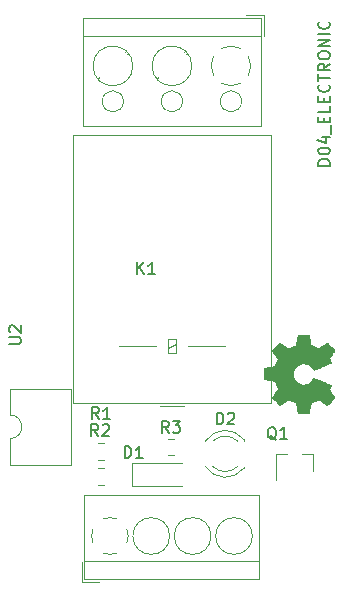
<source format=gbr>
G04 #@! TF.GenerationSoftware,KiCad,Pcbnew,5.1.5-52549c5~86~ubuntu18.04.1*
G04 #@! TF.CreationDate,2020-09-29T20:16:12-05:00*
G04 #@! TF.ProjectId,D04,4430342e-6b69-4636-9164-5f7063625858,rev?*
G04 #@! TF.SameCoordinates,Original*
G04 #@! TF.FileFunction,Legend,Top*
G04 #@! TF.FilePolarity,Positive*
%FSLAX46Y46*%
G04 Gerber Fmt 4.6, Leading zero omitted, Abs format (unit mm)*
G04 Created by KiCad (PCBNEW 5.1.5-52549c5~86~ubuntu18.04.1) date 2020-09-29 20:16:12*
%MOMM*%
%LPD*%
G04 APERTURE LIST*
%ADD10C,0.150000*%
%ADD11C,0.010000*%
%ADD12C,0.120000*%
G04 APERTURE END LIST*
D10*
X47340780Y-32868428D02*
X46340780Y-32868428D01*
X46340780Y-32630333D01*
X46388400Y-32487476D01*
X46483638Y-32392238D01*
X46578876Y-32344619D01*
X46769352Y-32297000D01*
X46912209Y-32297000D01*
X47102685Y-32344619D01*
X47197923Y-32392238D01*
X47293161Y-32487476D01*
X47340780Y-32630333D01*
X47340780Y-32868428D01*
X46340780Y-31677952D02*
X46340780Y-31582714D01*
X46388400Y-31487476D01*
X46436019Y-31439857D01*
X46531257Y-31392238D01*
X46721733Y-31344619D01*
X46959828Y-31344619D01*
X47150304Y-31392238D01*
X47245542Y-31439857D01*
X47293161Y-31487476D01*
X47340780Y-31582714D01*
X47340780Y-31677952D01*
X47293161Y-31773190D01*
X47245542Y-31820809D01*
X47150304Y-31868428D01*
X46959828Y-31916047D01*
X46721733Y-31916047D01*
X46531257Y-31868428D01*
X46436019Y-31820809D01*
X46388400Y-31773190D01*
X46340780Y-31677952D01*
X46674114Y-30487476D02*
X47340780Y-30487476D01*
X46293161Y-30725571D02*
X47007447Y-30963666D01*
X47007447Y-30344619D01*
X47436019Y-30201761D02*
X47436019Y-29439857D01*
X46816971Y-29201761D02*
X46816971Y-28868428D01*
X47340780Y-28725571D02*
X47340780Y-29201761D01*
X46340780Y-29201761D01*
X46340780Y-28725571D01*
X47340780Y-27820809D02*
X47340780Y-28297000D01*
X46340780Y-28297000D01*
X46816971Y-27487476D02*
X46816971Y-27154142D01*
X47340780Y-27011285D02*
X47340780Y-27487476D01*
X46340780Y-27487476D01*
X46340780Y-27011285D01*
X47245542Y-26011285D02*
X47293161Y-26058904D01*
X47340780Y-26201761D01*
X47340780Y-26297000D01*
X47293161Y-26439857D01*
X47197923Y-26535095D01*
X47102685Y-26582714D01*
X46912209Y-26630333D01*
X46769352Y-26630333D01*
X46578876Y-26582714D01*
X46483638Y-26535095D01*
X46388400Y-26439857D01*
X46340780Y-26297000D01*
X46340780Y-26201761D01*
X46388400Y-26058904D01*
X46436019Y-26011285D01*
X46340780Y-25725571D02*
X46340780Y-25154142D01*
X47340780Y-25439857D02*
X46340780Y-25439857D01*
X47340780Y-24249380D02*
X46864590Y-24582714D01*
X47340780Y-24820809D02*
X46340780Y-24820809D01*
X46340780Y-24439857D01*
X46388400Y-24344619D01*
X46436019Y-24297000D01*
X46531257Y-24249380D01*
X46674114Y-24249380D01*
X46769352Y-24297000D01*
X46816971Y-24344619D01*
X46864590Y-24439857D01*
X46864590Y-24820809D01*
X46340780Y-23630333D02*
X46340780Y-23439857D01*
X46388400Y-23344619D01*
X46483638Y-23249380D01*
X46674114Y-23201761D01*
X47007447Y-23201761D01*
X47197923Y-23249380D01*
X47293161Y-23344619D01*
X47340780Y-23439857D01*
X47340780Y-23630333D01*
X47293161Y-23725571D01*
X47197923Y-23820809D01*
X47007447Y-23868428D01*
X46674114Y-23868428D01*
X46483638Y-23820809D01*
X46388400Y-23725571D01*
X46340780Y-23630333D01*
X47340780Y-22773190D02*
X46340780Y-22773190D01*
X47340780Y-22201761D01*
X46340780Y-22201761D01*
X47340780Y-21725571D02*
X46340780Y-21725571D01*
X47245542Y-20677952D02*
X47293161Y-20725571D01*
X47340780Y-20868428D01*
X47340780Y-20963666D01*
X47293161Y-21106523D01*
X47197923Y-21201761D01*
X47102685Y-21249380D01*
X46912209Y-21297000D01*
X46769352Y-21297000D01*
X46578876Y-21249380D01*
X46483638Y-21201761D01*
X46388400Y-21106523D01*
X46340780Y-20963666D01*
X46340780Y-20868428D01*
X46388400Y-20725571D01*
X46436019Y-20677952D01*
D11*
G36*
X42249131Y-49964786D02*
G01*
X42693755Y-49880965D01*
X42821253Y-49571680D01*
X42948751Y-49262394D01*
X42696446Y-48891354D01*
X42626196Y-48787443D01*
X42563472Y-48693513D01*
X42511138Y-48613948D01*
X42472057Y-48553130D01*
X42449093Y-48515443D01*
X42444142Y-48505179D01*
X42456876Y-48486690D01*
X42492082Y-48447180D01*
X42545262Y-48391078D01*
X42611918Y-48322813D01*
X42687554Y-48246814D01*
X42767672Y-48167508D01*
X42847774Y-48089325D01*
X42923364Y-48016693D01*
X42989945Y-47954041D01*
X43043018Y-47905797D01*
X43078087Y-47876390D01*
X43089823Y-47869359D01*
X43111460Y-47879477D01*
X43158862Y-47907841D01*
X43227393Y-47951471D01*
X43312415Y-48007382D01*
X43409293Y-48072594D01*
X43464550Y-48110381D01*
X43565448Y-48179257D01*
X43656499Y-48240460D01*
X43733170Y-48291022D01*
X43790928Y-48327972D01*
X43825243Y-48348342D01*
X43832454Y-48351403D01*
X43852948Y-48344464D01*
X43900713Y-48325549D01*
X43969032Y-48297513D01*
X44051189Y-48263209D01*
X44140470Y-48225491D01*
X44230158Y-48187213D01*
X44313538Y-48151230D01*
X44383894Y-48120394D01*
X44434510Y-48097561D01*
X44458671Y-48085583D01*
X44459622Y-48084876D01*
X44464236Y-48066069D01*
X44474528Y-48015982D01*
X44489487Y-47939807D01*
X44508101Y-47842735D01*
X44529359Y-47729957D01*
X44541618Y-47664158D01*
X44564562Y-47543650D01*
X44586395Y-47434803D01*
X44605922Y-47343124D01*
X44621948Y-47274119D01*
X44633279Y-47233296D01*
X44636874Y-47225089D01*
X44661206Y-47217052D01*
X44716159Y-47210567D01*
X44795308Y-47205630D01*
X44892226Y-47202236D01*
X45000487Y-47200382D01*
X45113665Y-47200062D01*
X45225335Y-47201273D01*
X45329068Y-47204010D01*
X45418441Y-47208269D01*
X45487026Y-47214045D01*
X45528397Y-47221333D01*
X45537010Y-47225705D01*
X45547333Y-47251836D01*
X45562092Y-47307207D01*
X45579552Y-47384493D01*
X45597980Y-47476370D01*
X45603941Y-47508442D01*
X45632266Y-47663076D01*
X45655076Y-47785225D01*
X45673280Y-47878927D01*
X45687783Y-47948216D01*
X45699492Y-47997129D01*
X45709315Y-48029703D01*
X45718156Y-48049972D01*
X45726924Y-48061974D01*
X45728657Y-48063653D01*
X45756571Y-48080416D01*
X45810895Y-48105986D01*
X45884977Y-48137812D01*
X45972165Y-48173340D01*
X46065808Y-48210017D01*
X46159252Y-48245289D01*
X46245847Y-48276604D01*
X46318940Y-48301407D01*
X46371878Y-48317146D01*
X46398011Y-48321268D01*
X46398926Y-48320924D01*
X46420286Y-48306959D01*
X46467284Y-48275278D01*
X46535027Y-48229209D01*
X46618623Y-48172082D01*
X46713182Y-48107227D01*
X46740054Y-48088757D01*
X46837475Y-48022901D01*
X46926363Y-47964950D01*
X47001612Y-47918062D01*
X47058120Y-47885393D01*
X47090781Y-47870100D01*
X47094793Y-47869359D01*
X47115884Y-47882208D01*
X47157664Y-47917712D01*
X47215645Y-47971307D01*
X47285335Y-48038429D01*
X47362245Y-48114513D01*
X47441883Y-48194996D01*
X47519761Y-48275313D01*
X47591386Y-48350901D01*
X47652270Y-48417195D01*
X47697921Y-48469631D01*
X47723850Y-48503645D01*
X47728083Y-48513055D01*
X47718112Y-48534957D01*
X47691220Y-48579800D01*
X47651936Y-48640279D01*
X47620317Y-48686811D01*
X47562298Y-48771125D01*
X47493984Y-48870974D01*
X47425779Y-48971127D01*
X47389275Y-49024973D01*
X47266000Y-49207229D01*
X47348720Y-49360219D01*
X47384959Y-49429918D01*
X47413126Y-49489186D01*
X47429191Y-49529289D01*
X47431426Y-49539497D01*
X47414922Y-49551771D01*
X47368282Y-49575987D01*
X47295809Y-49610337D01*
X47201806Y-49653012D01*
X47090574Y-49702206D01*
X46966415Y-49756110D01*
X46833632Y-49812916D01*
X46696527Y-49870818D01*
X46559402Y-49928007D01*
X46426558Y-49982676D01*
X46302298Y-50033016D01*
X46190925Y-50077220D01*
X46096739Y-50113481D01*
X46024044Y-50139991D01*
X45977141Y-50154942D01*
X45961033Y-50157346D01*
X45940486Y-50138289D01*
X45907133Y-50096564D01*
X45867902Y-50040894D01*
X45864799Y-50036222D01*
X45749623Y-49892336D01*
X45615253Y-49776317D01*
X45465984Y-49689170D01*
X45306113Y-49631901D01*
X45139937Y-49605514D01*
X44971752Y-49611015D01*
X44805855Y-49649410D01*
X44646542Y-49721705D01*
X44611687Y-49742974D01*
X44470937Y-49853604D01*
X44357914Y-49984298D01*
X44273203Y-50130536D01*
X44217394Y-50287792D01*
X44191074Y-50451543D01*
X44194830Y-50617267D01*
X44229250Y-50780438D01*
X44294923Y-50936535D01*
X44392435Y-51081033D01*
X44432013Y-51125731D01*
X44555903Y-51239488D01*
X44686324Y-51322382D01*
X44832515Y-51379244D01*
X44977288Y-51410913D01*
X45140060Y-51418731D01*
X45303640Y-51392662D01*
X45462498Y-51335355D01*
X45611106Y-51249456D01*
X45743935Y-51137614D01*
X45855456Y-51002477D01*
X45867211Y-50984717D01*
X45905708Y-50928450D01*
X45939063Y-50885677D01*
X45960360Y-50865228D01*
X45961033Y-50864931D01*
X45984071Y-50869321D01*
X46036357Y-50886724D01*
X46113590Y-50915332D01*
X46211468Y-50953335D01*
X46325691Y-50998926D01*
X46451958Y-51050297D01*
X46585967Y-51105638D01*
X46723418Y-51163142D01*
X46860008Y-51220999D01*
X46991437Y-51277402D01*
X47113405Y-51330542D01*
X47221609Y-51378610D01*
X47311749Y-51419799D01*
X47379523Y-51452299D01*
X47420630Y-51474303D01*
X47431426Y-51483164D01*
X47423019Y-51510240D01*
X47400472Y-51560903D01*
X47367813Y-51626417D01*
X47348720Y-51662441D01*
X47266000Y-51815432D01*
X47389275Y-51997688D01*
X47452428Y-52090725D01*
X47521927Y-52192585D01*
X47587365Y-52288038D01*
X47620317Y-52335850D01*
X47665473Y-52403095D01*
X47701257Y-52460036D01*
X47723138Y-52499246D01*
X47727763Y-52511981D01*
X47715285Y-52530517D01*
X47680452Y-52571541D01*
X47626878Y-52631075D01*
X47558183Y-52705142D01*
X47477981Y-52789765D01*
X47426486Y-52843285D01*
X47334486Y-52936919D01*
X47252199Y-53017841D01*
X47183145Y-53082777D01*
X47130844Y-53128458D01*
X47098816Y-53151611D01*
X47092316Y-53153832D01*
X47067594Y-53143524D01*
X47017605Y-53115039D01*
X46947412Y-53071537D01*
X46862075Y-53016177D01*
X46766656Y-52952120D01*
X46740054Y-52933903D01*
X46643367Y-52867527D01*
X46556317Y-52807978D01*
X46483795Y-52758584D01*
X46430693Y-52722675D01*
X46401903Y-52703581D01*
X46398926Y-52701736D01*
X46375982Y-52704495D01*
X46325536Y-52719138D01*
X46254241Y-52743113D01*
X46168747Y-52773866D01*
X46075707Y-52808844D01*
X45981774Y-52845493D01*
X45893599Y-52881261D01*
X45817834Y-52913594D01*
X45761131Y-52939938D01*
X45730143Y-52957742D01*
X45728657Y-52959007D01*
X45719801Y-52969894D01*
X45711043Y-52988282D01*
X45701477Y-53018206D01*
X45690196Y-53063703D01*
X45676293Y-53128809D01*
X45658863Y-53217561D01*
X45636998Y-53333993D01*
X45609791Y-53482142D01*
X45603941Y-53514218D01*
X45585574Y-53609286D01*
X45567605Y-53692165D01*
X45551769Y-53755530D01*
X45539800Y-53792058D01*
X45537010Y-53796956D01*
X45512272Y-53805027D01*
X45456990Y-53811587D01*
X45377589Y-53816633D01*
X45280496Y-53820159D01*
X45172138Y-53822161D01*
X45058940Y-53822636D01*
X44947328Y-53821577D01*
X44843729Y-53818982D01*
X44754568Y-53814846D01*
X44686272Y-53809163D01*
X44645266Y-53801931D01*
X44636874Y-53797571D01*
X44628408Y-53773298D01*
X44614635Y-53718026D01*
X44596750Y-53637262D01*
X44575948Y-53536512D01*
X44553423Y-53421283D01*
X44541618Y-53358502D01*
X44519351Y-53239387D01*
X44499179Y-53133165D01*
X44482115Y-53045027D01*
X44469169Y-52980166D01*
X44461355Y-52943774D01*
X44459622Y-52937784D01*
X44440090Y-52927661D01*
X44393043Y-52906262D01*
X44325203Y-52876439D01*
X44243291Y-52841045D01*
X44154028Y-52802932D01*
X44064135Y-52764953D01*
X43980335Y-52729960D01*
X43909347Y-52700806D01*
X43857894Y-52680343D01*
X43832697Y-52671423D01*
X43831596Y-52671257D01*
X43811719Y-52681369D01*
X43765977Y-52709717D01*
X43698917Y-52753323D01*
X43615084Y-52809206D01*
X43519026Y-52874387D01*
X43463850Y-52912279D01*
X43362681Y-52981325D01*
X43270830Y-53042650D01*
X43192944Y-53093263D01*
X43133669Y-53130171D01*
X43097651Y-53150382D01*
X43089577Y-53153301D01*
X43070784Y-53140753D01*
X43030657Y-53106063D01*
X42973693Y-53053663D01*
X42904385Y-52987984D01*
X42827231Y-52913456D01*
X42746725Y-52834513D01*
X42667363Y-52755583D01*
X42593640Y-52681100D01*
X42530052Y-52615494D01*
X42481094Y-52563196D01*
X42451261Y-52528639D01*
X42444142Y-52517078D01*
X42454153Y-52498254D01*
X42482278Y-52453231D01*
X42525654Y-52386387D01*
X42581418Y-52302099D01*
X42646706Y-52204744D01*
X42696446Y-52131307D01*
X42948751Y-51760267D01*
X42693755Y-51141695D01*
X42249131Y-51057875D01*
X41804507Y-50974054D01*
X41804507Y-50048606D01*
X42249131Y-49964786D01*
G37*
X42249131Y-49964786D02*
X42693755Y-49880965D01*
X42821253Y-49571680D01*
X42948751Y-49262394D01*
X42696446Y-48891354D01*
X42626196Y-48787443D01*
X42563472Y-48693513D01*
X42511138Y-48613948D01*
X42472057Y-48553130D01*
X42449093Y-48515443D01*
X42444142Y-48505179D01*
X42456876Y-48486690D01*
X42492082Y-48447180D01*
X42545262Y-48391078D01*
X42611918Y-48322813D01*
X42687554Y-48246814D01*
X42767672Y-48167508D01*
X42847774Y-48089325D01*
X42923364Y-48016693D01*
X42989945Y-47954041D01*
X43043018Y-47905797D01*
X43078087Y-47876390D01*
X43089823Y-47869359D01*
X43111460Y-47879477D01*
X43158862Y-47907841D01*
X43227393Y-47951471D01*
X43312415Y-48007382D01*
X43409293Y-48072594D01*
X43464550Y-48110381D01*
X43565448Y-48179257D01*
X43656499Y-48240460D01*
X43733170Y-48291022D01*
X43790928Y-48327972D01*
X43825243Y-48348342D01*
X43832454Y-48351403D01*
X43852948Y-48344464D01*
X43900713Y-48325549D01*
X43969032Y-48297513D01*
X44051189Y-48263209D01*
X44140470Y-48225491D01*
X44230158Y-48187213D01*
X44313538Y-48151230D01*
X44383894Y-48120394D01*
X44434510Y-48097561D01*
X44458671Y-48085583D01*
X44459622Y-48084876D01*
X44464236Y-48066069D01*
X44474528Y-48015982D01*
X44489487Y-47939807D01*
X44508101Y-47842735D01*
X44529359Y-47729957D01*
X44541618Y-47664158D01*
X44564562Y-47543650D01*
X44586395Y-47434803D01*
X44605922Y-47343124D01*
X44621948Y-47274119D01*
X44633279Y-47233296D01*
X44636874Y-47225089D01*
X44661206Y-47217052D01*
X44716159Y-47210567D01*
X44795308Y-47205630D01*
X44892226Y-47202236D01*
X45000487Y-47200382D01*
X45113665Y-47200062D01*
X45225335Y-47201273D01*
X45329068Y-47204010D01*
X45418441Y-47208269D01*
X45487026Y-47214045D01*
X45528397Y-47221333D01*
X45537010Y-47225705D01*
X45547333Y-47251836D01*
X45562092Y-47307207D01*
X45579552Y-47384493D01*
X45597980Y-47476370D01*
X45603941Y-47508442D01*
X45632266Y-47663076D01*
X45655076Y-47785225D01*
X45673280Y-47878927D01*
X45687783Y-47948216D01*
X45699492Y-47997129D01*
X45709315Y-48029703D01*
X45718156Y-48049972D01*
X45726924Y-48061974D01*
X45728657Y-48063653D01*
X45756571Y-48080416D01*
X45810895Y-48105986D01*
X45884977Y-48137812D01*
X45972165Y-48173340D01*
X46065808Y-48210017D01*
X46159252Y-48245289D01*
X46245847Y-48276604D01*
X46318940Y-48301407D01*
X46371878Y-48317146D01*
X46398011Y-48321268D01*
X46398926Y-48320924D01*
X46420286Y-48306959D01*
X46467284Y-48275278D01*
X46535027Y-48229209D01*
X46618623Y-48172082D01*
X46713182Y-48107227D01*
X46740054Y-48088757D01*
X46837475Y-48022901D01*
X46926363Y-47964950D01*
X47001612Y-47918062D01*
X47058120Y-47885393D01*
X47090781Y-47870100D01*
X47094793Y-47869359D01*
X47115884Y-47882208D01*
X47157664Y-47917712D01*
X47215645Y-47971307D01*
X47285335Y-48038429D01*
X47362245Y-48114513D01*
X47441883Y-48194996D01*
X47519761Y-48275313D01*
X47591386Y-48350901D01*
X47652270Y-48417195D01*
X47697921Y-48469631D01*
X47723850Y-48503645D01*
X47728083Y-48513055D01*
X47718112Y-48534957D01*
X47691220Y-48579800D01*
X47651936Y-48640279D01*
X47620317Y-48686811D01*
X47562298Y-48771125D01*
X47493984Y-48870974D01*
X47425779Y-48971127D01*
X47389275Y-49024973D01*
X47266000Y-49207229D01*
X47348720Y-49360219D01*
X47384959Y-49429918D01*
X47413126Y-49489186D01*
X47429191Y-49529289D01*
X47431426Y-49539497D01*
X47414922Y-49551771D01*
X47368282Y-49575987D01*
X47295809Y-49610337D01*
X47201806Y-49653012D01*
X47090574Y-49702206D01*
X46966415Y-49756110D01*
X46833632Y-49812916D01*
X46696527Y-49870818D01*
X46559402Y-49928007D01*
X46426558Y-49982676D01*
X46302298Y-50033016D01*
X46190925Y-50077220D01*
X46096739Y-50113481D01*
X46024044Y-50139991D01*
X45977141Y-50154942D01*
X45961033Y-50157346D01*
X45940486Y-50138289D01*
X45907133Y-50096564D01*
X45867902Y-50040894D01*
X45864799Y-50036222D01*
X45749623Y-49892336D01*
X45615253Y-49776317D01*
X45465984Y-49689170D01*
X45306113Y-49631901D01*
X45139937Y-49605514D01*
X44971752Y-49611015D01*
X44805855Y-49649410D01*
X44646542Y-49721705D01*
X44611687Y-49742974D01*
X44470937Y-49853604D01*
X44357914Y-49984298D01*
X44273203Y-50130536D01*
X44217394Y-50287792D01*
X44191074Y-50451543D01*
X44194830Y-50617267D01*
X44229250Y-50780438D01*
X44294923Y-50936535D01*
X44392435Y-51081033D01*
X44432013Y-51125731D01*
X44555903Y-51239488D01*
X44686324Y-51322382D01*
X44832515Y-51379244D01*
X44977288Y-51410913D01*
X45140060Y-51418731D01*
X45303640Y-51392662D01*
X45462498Y-51335355D01*
X45611106Y-51249456D01*
X45743935Y-51137614D01*
X45855456Y-51002477D01*
X45867211Y-50984717D01*
X45905708Y-50928450D01*
X45939063Y-50885677D01*
X45960360Y-50865228D01*
X45961033Y-50864931D01*
X45984071Y-50869321D01*
X46036357Y-50886724D01*
X46113590Y-50915332D01*
X46211468Y-50953335D01*
X46325691Y-50998926D01*
X46451958Y-51050297D01*
X46585967Y-51105638D01*
X46723418Y-51163142D01*
X46860008Y-51220999D01*
X46991437Y-51277402D01*
X47113405Y-51330542D01*
X47221609Y-51378610D01*
X47311749Y-51419799D01*
X47379523Y-51452299D01*
X47420630Y-51474303D01*
X47431426Y-51483164D01*
X47423019Y-51510240D01*
X47400472Y-51560903D01*
X47367813Y-51626417D01*
X47348720Y-51662441D01*
X47266000Y-51815432D01*
X47389275Y-51997688D01*
X47452428Y-52090725D01*
X47521927Y-52192585D01*
X47587365Y-52288038D01*
X47620317Y-52335850D01*
X47665473Y-52403095D01*
X47701257Y-52460036D01*
X47723138Y-52499246D01*
X47727763Y-52511981D01*
X47715285Y-52530517D01*
X47680452Y-52571541D01*
X47626878Y-52631075D01*
X47558183Y-52705142D01*
X47477981Y-52789765D01*
X47426486Y-52843285D01*
X47334486Y-52936919D01*
X47252199Y-53017841D01*
X47183145Y-53082777D01*
X47130844Y-53128458D01*
X47098816Y-53151611D01*
X47092316Y-53153832D01*
X47067594Y-53143524D01*
X47017605Y-53115039D01*
X46947412Y-53071537D01*
X46862075Y-53016177D01*
X46766656Y-52952120D01*
X46740054Y-52933903D01*
X46643367Y-52867527D01*
X46556317Y-52807978D01*
X46483795Y-52758584D01*
X46430693Y-52722675D01*
X46401903Y-52703581D01*
X46398926Y-52701736D01*
X46375982Y-52704495D01*
X46325536Y-52719138D01*
X46254241Y-52743113D01*
X46168747Y-52773866D01*
X46075707Y-52808844D01*
X45981774Y-52845493D01*
X45893599Y-52881261D01*
X45817834Y-52913594D01*
X45761131Y-52939938D01*
X45730143Y-52957742D01*
X45728657Y-52959007D01*
X45719801Y-52969894D01*
X45711043Y-52988282D01*
X45701477Y-53018206D01*
X45690196Y-53063703D01*
X45676293Y-53128809D01*
X45658863Y-53217561D01*
X45636998Y-53333993D01*
X45609791Y-53482142D01*
X45603941Y-53514218D01*
X45585574Y-53609286D01*
X45567605Y-53692165D01*
X45551769Y-53755530D01*
X45539800Y-53792058D01*
X45537010Y-53796956D01*
X45512272Y-53805027D01*
X45456990Y-53811587D01*
X45377589Y-53816633D01*
X45280496Y-53820159D01*
X45172138Y-53822161D01*
X45058940Y-53822636D01*
X44947328Y-53821577D01*
X44843729Y-53818982D01*
X44754568Y-53814846D01*
X44686272Y-53809163D01*
X44645266Y-53801931D01*
X44636874Y-53797571D01*
X44628408Y-53773298D01*
X44614635Y-53718026D01*
X44596750Y-53637262D01*
X44575948Y-53536512D01*
X44553423Y-53421283D01*
X44541618Y-53358502D01*
X44519351Y-53239387D01*
X44499179Y-53133165D01*
X44482115Y-53045027D01*
X44469169Y-52980166D01*
X44461355Y-52943774D01*
X44459622Y-52937784D01*
X44440090Y-52927661D01*
X44393043Y-52906262D01*
X44325203Y-52876439D01*
X44243291Y-52841045D01*
X44154028Y-52802932D01*
X44064135Y-52764953D01*
X43980335Y-52729960D01*
X43909347Y-52700806D01*
X43857894Y-52680343D01*
X43832697Y-52671423D01*
X43831596Y-52671257D01*
X43811719Y-52681369D01*
X43765977Y-52709717D01*
X43698917Y-52753323D01*
X43615084Y-52809206D01*
X43519026Y-52874387D01*
X43463850Y-52912279D01*
X43362681Y-52981325D01*
X43270830Y-53042650D01*
X43192944Y-53093263D01*
X43133669Y-53130171D01*
X43097651Y-53150382D01*
X43089577Y-53153301D01*
X43070784Y-53140753D01*
X43030657Y-53106063D01*
X42973693Y-53053663D01*
X42904385Y-52987984D01*
X42827231Y-52913456D01*
X42746725Y-52834513D01*
X42667363Y-52755583D01*
X42593640Y-52681100D01*
X42530052Y-52615494D01*
X42481094Y-52563196D01*
X42451261Y-52528639D01*
X42444142Y-52517078D01*
X42454153Y-52498254D01*
X42482278Y-52453231D01*
X42525654Y-52386387D01*
X42581418Y-52302099D01*
X42646706Y-52204744D01*
X42696446Y-52131307D01*
X42948751Y-51760267D01*
X42693755Y-51141695D01*
X42249131Y-51057875D01*
X41804507Y-50974054D01*
X41804507Y-50048606D01*
X42249131Y-49964786D01*
D12*
X33596948Y-57402800D02*
X34119452Y-57402800D01*
X33596948Y-55982800D02*
X34119452Y-55982800D01*
X28226652Y-58472000D02*
X27704148Y-58472000D01*
X28226652Y-59892000D02*
X27704148Y-59892000D01*
X40041000Y-56197000D02*
X40041000Y-56041000D01*
X40041000Y-58513000D02*
X40041000Y-58357000D01*
X37439870Y-56197163D02*
G75*
G02X39521961Y-56197000I1041130J-1079837D01*
G01*
X37439870Y-58356837D02*
G75*
G03X39521961Y-58357000I1041130J1079837D01*
G01*
X36808665Y-56198392D02*
G75*
G02X40041000Y-56041484I1672335J-1078608D01*
G01*
X36808665Y-58355608D02*
G75*
G03X40041000Y-58512516I1672335J1078608D01*
G01*
X30548800Y-60029600D02*
X34848800Y-60029600D01*
X30548800Y-58029600D02*
X30548800Y-60029600D01*
X34848800Y-58029600D02*
X30548800Y-58029600D01*
X28226652Y-56363800D02*
X27704148Y-56363800D01*
X28226652Y-57783800D02*
X27704148Y-57783800D01*
X20250000Y-51756000D02*
X20250000Y-53991000D01*
X25450000Y-51756000D02*
X20250000Y-51756000D01*
X25450000Y-58226000D02*
X25450000Y-51756000D01*
X20250000Y-58226000D02*
X25450000Y-58226000D01*
X20250000Y-55991000D02*
X20250000Y-58226000D01*
X20250000Y-53991000D02*
G75*
G02X20250000Y-55991000I0J-1000000D01*
G01*
X45928400Y-57304400D02*
X45928400Y-58764400D01*
X42768400Y-57304400D02*
X42768400Y-59464400D01*
X42768400Y-57304400D02*
X43698400Y-57304400D01*
X45928400Y-57304400D02*
X44998400Y-57304400D01*
X26320000Y-68136600D02*
X27820000Y-68136600D01*
X26320000Y-66396600D02*
X26320000Y-68136600D01*
X41380000Y-60776600D02*
X41380000Y-67896600D01*
X26560000Y-60776600D02*
X26560000Y-67896600D01*
X26560000Y-67896600D02*
X41380000Y-67896600D01*
X26560000Y-60776600D02*
X41380000Y-60776600D01*
X26560000Y-66336600D02*
X41380000Y-66336600D01*
X40775000Y-64236600D02*
G75*
G03X40775000Y-64236600I-1555000J0D01*
G01*
X37275000Y-64236600D02*
G75*
G03X37275000Y-64236600I-1555000J0D01*
G01*
X33775000Y-64236600D02*
G75*
G03X33775000Y-64236600I-1555000J0D01*
G01*
X28747011Y-65792092D02*
G75*
G02X28112000Y-65668600I-27011J1555492D01*
G01*
X27287891Y-64844342D02*
G75*
G02X27288000Y-63628600I1432109J607742D01*
G01*
X28112258Y-62804491D02*
G75*
G02X29328000Y-62804600I607742J-1432109D01*
G01*
X30152109Y-63628858D02*
G75*
G02X30152000Y-64844600I-1432109J-607742D01*
G01*
X29327587Y-65667985D02*
G75*
G02X28720000Y-65791600I-607587J1431385D01*
G01*
X41770000Y-20134800D02*
X40270000Y-20134800D01*
X41770000Y-21874800D02*
X41770000Y-20134800D01*
X30150000Y-23458800D02*
X30244000Y-23365800D01*
X27900000Y-25709800D02*
X27959000Y-25650800D01*
X29980000Y-23218800D02*
X30039000Y-23160800D01*
X27695000Y-25503800D02*
X27789000Y-25410800D01*
X35150000Y-23458800D02*
X35244000Y-23365800D01*
X32900000Y-25709800D02*
X32959000Y-25650800D01*
X34980000Y-23218800D02*
X35039000Y-23160800D01*
X32695000Y-25503800D02*
X32789000Y-25410800D01*
X26410000Y-29494800D02*
X26410000Y-20374800D01*
X41530000Y-29494800D02*
X41530000Y-20374800D01*
X41530000Y-20374800D02*
X26410000Y-20374800D01*
X41530000Y-29494800D02*
X26410000Y-29494800D01*
X41530000Y-21934800D02*
X26410000Y-21934800D01*
X29870000Y-27434800D02*
G75*
G03X29870000Y-27434800I-900000J0D01*
G01*
X30650000Y-24434800D02*
G75*
G03X30650000Y-24434800I-1680000J0D01*
G01*
X34870000Y-27434800D02*
G75*
G03X34870000Y-27434800I-900000J0D01*
G01*
X35650000Y-24434800D02*
G75*
G03X35650000Y-24434800I-1680000J0D01*
G01*
X39870000Y-27434800D02*
G75*
G03X39870000Y-27434800I-900000J0D01*
G01*
X38940617Y-22754350D02*
G75*
G02X39759000Y-22950800I29383J-1680450D01*
G01*
X40453953Y-23645712D02*
G75*
G02X40454000Y-25223800I-1483953J-789088D01*
G01*
X39759088Y-25918753D02*
G75*
G02X38181000Y-25918800I-789088J1483953D01*
G01*
X37486047Y-25223888D02*
G75*
G02X37486000Y-23645800I1483953J789088D01*
G01*
X38181288Y-22951448D02*
G75*
G02X38970000Y-22754800I788712J-1483352D01*
G01*
X32620000Y-48142800D02*
X29470000Y-48142800D01*
X38470000Y-48142800D02*
X35320000Y-48142800D01*
X34970000Y-53252800D02*
X32970000Y-53252800D01*
X34320000Y-47542800D02*
X33620000Y-47542800D01*
X34320000Y-48742800D02*
X34320000Y-47542800D01*
X33620000Y-48742800D02*
X34320000Y-48742800D01*
X33620000Y-47542800D02*
X33620000Y-48742800D01*
X34320000Y-47942800D02*
X33620000Y-48342800D01*
X42320000Y-30292800D02*
X25620000Y-30292800D01*
X42320000Y-52992800D02*
X42320000Y-30292800D01*
X25620000Y-52992800D02*
X42320000Y-52992800D01*
X25620000Y-30292800D02*
X25620000Y-52992800D01*
D10*
X33691533Y-55495180D02*
X33358200Y-55018990D01*
X33120104Y-55495180D02*
X33120104Y-54495180D01*
X33501057Y-54495180D01*
X33596295Y-54542800D01*
X33643914Y-54590419D01*
X33691533Y-54685657D01*
X33691533Y-54828514D01*
X33643914Y-54923752D01*
X33596295Y-54971371D01*
X33501057Y-55018990D01*
X33120104Y-55018990D01*
X34024866Y-54495180D02*
X34643914Y-54495180D01*
X34310580Y-54876133D01*
X34453438Y-54876133D01*
X34548676Y-54923752D01*
X34596295Y-54971371D01*
X34643914Y-55066609D01*
X34643914Y-55304704D01*
X34596295Y-55399942D01*
X34548676Y-55447561D01*
X34453438Y-55495180D01*
X34167723Y-55495180D01*
X34072485Y-55447561D01*
X34024866Y-55399942D01*
X27722533Y-55748180D02*
X27389200Y-55271990D01*
X27151104Y-55748180D02*
X27151104Y-54748180D01*
X27532057Y-54748180D01*
X27627295Y-54795800D01*
X27674914Y-54843419D01*
X27722533Y-54938657D01*
X27722533Y-55081514D01*
X27674914Y-55176752D01*
X27627295Y-55224371D01*
X27532057Y-55271990D01*
X27151104Y-55271990D01*
X28103485Y-54843419D02*
X28151104Y-54795800D01*
X28246342Y-54748180D01*
X28484438Y-54748180D01*
X28579676Y-54795800D01*
X28627295Y-54843419D01*
X28674914Y-54938657D01*
X28674914Y-55033895D01*
X28627295Y-55176752D01*
X28055866Y-55748180D01*
X28674914Y-55748180D01*
X37742904Y-54782980D02*
X37742904Y-53782980D01*
X37981000Y-53782980D01*
X38123857Y-53830600D01*
X38219095Y-53925838D01*
X38266714Y-54021076D01*
X38314333Y-54211552D01*
X38314333Y-54354409D01*
X38266714Y-54544885D01*
X38219095Y-54640123D01*
X38123857Y-54735361D01*
X37981000Y-54782980D01*
X37742904Y-54782980D01*
X38695285Y-53878219D02*
X38742904Y-53830600D01*
X38838142Y-53782980D01*
X39076238Y-53782980D01*
X39171476Y-53830600D01*
X39219095Y-53878219D01*
X39266714Y-53973457D01*
X39266714Y-54068695D01*
X39219095Y-54211552D01*
X38647666Y-54782980D01*
X39266714Y-54782980D01*
X29970504Y-57627780D02*
X29970504Y-56627780D01*
X30208600Y-56627780D01*
X30351457Y-56675400D01*
X30446695Y-56770638D01*
X30494314Y-56865876D01*
X30541933Y-57056352D01*
X30541933Y-57199209D01*
X30494314Y-57389685D01*
X30446695Y-57484923D01*
X30351457Y-57580161D01*
X30208600Y-57627780D01*
X29970504Y-57627780D01*
X31494314Y-57627780D02*
X30922885Y-57627780D01*
X31208600Y-57627780D02*
X31208600Y-56627780D01*
X31113361Y-56770638D01*
X31018123Y-56865876D01*
X30922885Y-56913495D01*
X27773333Y-54325780D02*
X27440000Y-53849590D01*
X27201904Y-54325780D02*
X27201904Y-53325780D01*
X27582857Y-53325780D01*
X27678095Y-53373400D01*
X27725714Y-53421019D01*
X27773333Y-53516257D01*
X27773333Y-53659114D01*
X27725714Y-53754352D01*
X27678095Y-53801971D01*
X27582857Y-53849590D01*
X27201904Y-53849590D01*
X28725714Y-54325780D02*
X28154285Y-54325780D01*
X28440000Y-54325780D02*
X28440000Y-53325780D01*
X28344761Y-53468638D01*
X28249523Y-53563876D01*
X28154285Y-53611495D01*
X20178780Y-47980504D02*
X20988304Y-47980504D01*
X21083542Y-47932885D01*
X21131161Y-47885266D01*
X21178780Y-47790028D01*
X21178780Y-47599552D01*
X21131161Y-47504314D01*
X21083542Y-47456695D01*
X20988304Y-47409076D01*
X20178780Y-47409076D01*
X20274019Y-46980504D02*
X20226400Y-46932885D01*
X20178780Y-46837647D01*
X20178780Y-46599552D01*
X20226400Y-46504314D01*
X20274019Y-46456695D01*
X20369257Y-46409076D01*
X20464495Y-46409076D01*
X20607352Y-46456695D01*
X21178780Y-47028123D01*
X21178780Y-46409076D01*
X42805361Y-56097419D02*
X42710123Y-56049800D01*
X42614885Y-55954561D01*
X42472028Y-55811704D01*
X42376790Y-55764085D01*
X42281552Y-55764085D01*
X42329171Y-56002180D02*
X42233933Y-55954561D01*
X42138695Y-55859323D01*
X42091076Y-55668847D01*
X42091076Y-55335514D01*
X42138695Y-55145038D01*
X42233933Y-55049800D01*
X42329171Y-55002180D01*
X42519647Y-55002180D01*
X42614885Y-55049800D01*
X42710123Y-55145038D01*
X42757742Y-55335514D01*
X42757742Y-55668847D01*
X42710123Y-55859323D01*
X42614885Y-55954561D01*
X42519647Y-56002180D01*
X42329171Y-56002180D01*
X43710123Y-56002180D02*
X43138695Y-56002180D01*
X43424409Y-56002180D02*
X43424409Y-55002180D01*
X43329171Y-55145038D01*
X43233933Y-55240276D01*
X43138695Y-55287895D01*
X31011904Y-42057580D02*
X31011904Y-41057580D01*
X31583333Y-42057580D02*
X31154761Y-41486152D01*
X31583333Y-41057580D02*
X31011904Y-41629009D01*
X32535714Y-42057580D02*
X31964285Y-42057580D01*
X32250000Y-42057580D02*
X32250000Y-41057580D01*
X32154761Y-41200438D01*
X32059523Y-41295676D01*
X31964285Y-41343295D01*
M02*

</source>
